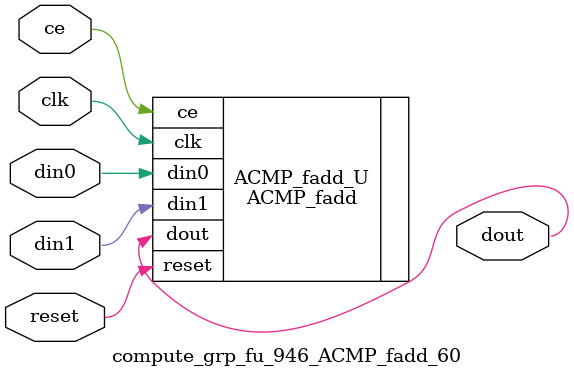
<source format=v>

`timescale 1 ns / 1 ps
module compute_grp_fu_946_ACMP_fadd_60(
    clk,
    reset,
    ce,
    din0,
    din1,
    dout);

parameter ID = 32'd1;
parameter NUM_STAGE = 32'd1;
parameter din0_WIDTH = 32'd1;
parameter din1_WIDTH = 32'd1;
parameter dout_WIDTH = 32'd1;
input clk;
input reset;
input ce;
input[din0_WIDTH - 1:0] din0;
input[din1_WIDTH - 1:0] din1;
output[dout_WIDTH - 1:0] dout;



ACMP_fadd #(
.ID( ID ),
.NUM_STAGE( 4 ),
.din0_WIDTH( din0_WIDTH ),
.din1_WIDTH( din1_WIDTH ),
.dout_WIDTH( dout_WIDTH ))
ACMP_fadd_U(
    .clk( clk ),
    .reset( reset ),
    .ce( ce ),
    .din0( din0 ),
    .din1( din1 ),
    .dout( dout ));

endmodule

</source>
